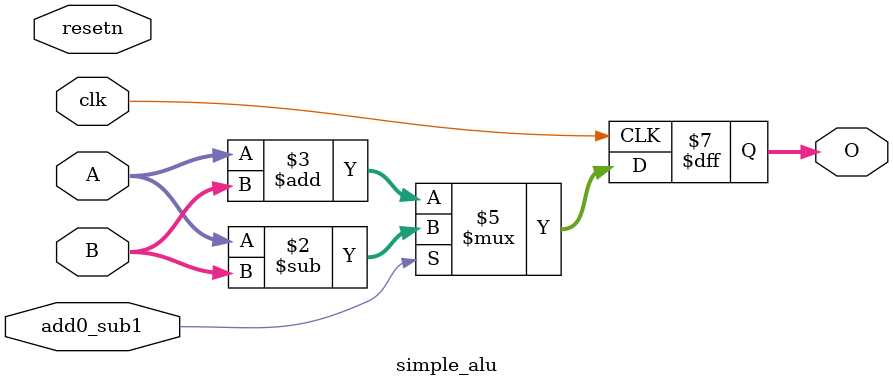
<source format=sv>

module simple_alu (
    input   clk
,   input   resetn
,   input   logic add0_sub1
,   input   logic [7:0] A
,                       B
,   output  logic [7:0] O
);

    always@(posedge clk) begin
        if (add0_sub1) begin
            O <= A - B;
        end else begin
            O <= A + B;
        end
    end
endmodule: simple_alu

</source>
